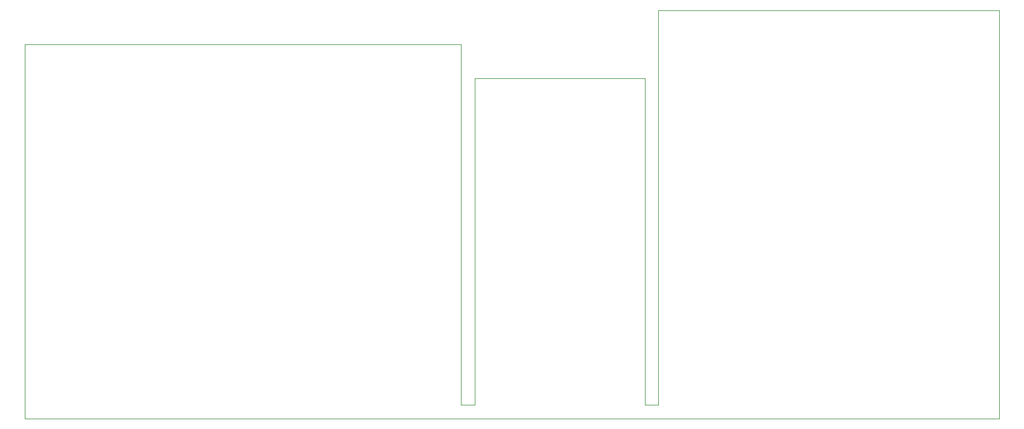
<source format=gbr>
%TF.GenerationSoftware,KiCad,Pcbnew,(5.1.9)-1*%
%TF.CreationDate,2021-02-21T18:32:43+01:00*%
%TF.ProjectId,voron2_pcb,766f726f-6e32-45f7-9063-622e6b696361,rev?*%
%TF.SameCoordinates,Original*%
%TF.FileFunction,Profile,NP*%
%FSLAX46Y46*%
G04 Gerber Fmt 4.6, Leading zero omitted, Abs format (unit mm)*
G04 Created by KiCad (PCBNEW (5.1.9)-1) date 2021-02-21 18:32:43*
%MOMM*%
%LPD*%
G01*
G04 APERTURE LIST*
%TA.AperFunction,Profile*%
%ADD10C,0.120000*%
%TD*%
G04 APERTURE END LIST*
D10*
X163000000Y-15000000D02*
X163000000Y-75000000D01*
X113000000Y-15000000D02*
X163000000Y-15000000D01*
X113000000Y-73000000D02*
X113000000Y-15000000D01*
X111000000Y-73000000D02*
X113000000Y-73000000D01*
X111000000Y-25000000D02*
X111000000Y-73000000D01*
X86000000Y-25000000D02*
X111000000Y-25000000D01*
X86000000Y-73000000D02*
X86000000Y-25000000D01*
X84000000Y-73000000D02*
X86000000Y-73000000D01*
X163000000Y-75000000D02*
X20000000Y-75000000D01*
X84000000Y-20000000D02*
X84000000Y-73000000D01*
X20000000Y-20000000D02*
X84000000Y-20000000D01*
X20000000Y-20000000D02*
X20000000Y-75000000D01*
M02*

</source>
